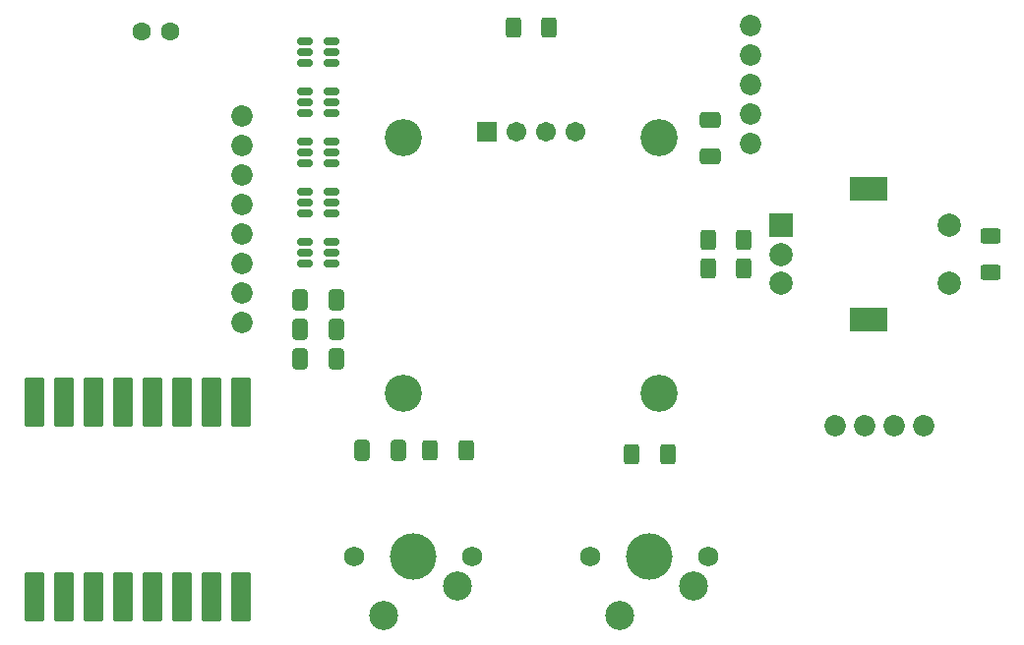
<source format=gts>
G04 #@! TF.GenerationSoftware,KiCad,Pcbnew,9.0.5*
G04 #@! TF.CreationDate,2025-10-24T02:47:50+02:00*
G04 #@! TF.ProjectId,ESPHomeModule,45535048-6f6d-4654-9d6f-64756c652e6b,V1.0*
G04 #@! TF.SameCoordinates,Original*
G04 #@! TF.FileFunction,Soldermask,Top*
G04 #@! TF.FilePolarity,Negative*
%FSLAX46Y46*%
G04 Gerber Fmt 4.6, Leading zero omitted, Abs format (unit mm)*
G04 Created by KiCad (PCBNEW 9.0.5) date 2025-10-24 02:47:50*
%MOMM*%
%LPD*%
G01*
G04 APERTURE LIST*
G04 Aperture macros list*
%AMRoundRect*
0 Rectangle with rounded corners*
0 $1 Rounding radius*
0 $2 $3 $4 $5 $6 $7 $8 $9 X,Y pos of 4 corners*
0 Add a 4 corners polygon primitive as box body*
4,1,4,$2,$3,$4,$5,$6,$7,$8,$9,$2,$3,0*
0 Add four circle primitives for the rounded corners*
1,1,$1+$1,$2,$3*
1,1,$1+$1,$4,$5*
1,1,$1+$1,$6,$7*
1,1,$1+$1,$8,$9*
0 Add four rect primitives between the rounded corners*
20,1,$1+$1,$2,$3,$4,$5,0*
20,1,$1+$1,$4,$5,$6,$7,0*
20,1,$1+$1,$6,$7,$8,$9,0*
20,1,$1+$1,$8,$9,$2,$3,0*%
G04 Aperture macros list end*
%ADD10C,1.600000*%
%ADD11C,1.850000*%
%ADD12RoundRect,0.250000X-0.400000X-0.625000X0.400000X-0.625000X0.400000X0.625000X-0.400000X0.625000X0*%
%ADD13R,2.000000X2.000000*%
%ADD14C,2.000000*%
%ADD15R,3.200000X2.000000*%
%ADD16RoundRect,0.250000X0.400000X0.625000X-0.400000X0.625000X-0.400000X-0.625000X0.400000X-0.625000X0*%
%ADD17RoundRect,0.250000X-0.412500X-0.650000X0.412500X-0.650000X0.412500X0.650000X-0.412500X0.650000X0*%
%ADD18RoundRect,0.102000X-0.754000X-0.754000X0.754000X-0.754000X0.754000X0.754000X-0.754000X0.754000X0*%
%ADD19C,1.712000*%
%ADD20C,3.204000*%
%ADD21RoundRect,0.150000X0.512500X0.150000X-0.512500X0.150000X-0.512500X-0.150000X0.512500X-0.150000X0*%
%ADD22C,2.500000*%
%ADD23C,4.000000*%
%ADD24C,1.750000*%
%ADD25RoundRect,0.102000X0.762000X-2.012500X0.762000X2.012500X-0.762000X2.012500X-0.762000X-2.012500X0*%
%ADD26RoundRect,0.250000X0.412500X0.650000X-0.412500X0.650000X-0.412500X-0.650000X0.412500X-0.650000X0*%
%ADD27RoundRect,0.250000X0.650000X-0.412500X0.650000X0.412500X-0.650000X0.412500X-0.650000X-0.412500X0*%
%ADD28RoundRect,0.250000X-0.625000X0.400000X-0.625000X-0.400000X0.625000X-0.400000X0.625000X0.400000X0*%
G04 APERTURE END LIST*
D10*
X118442000Y-57834000D03*
X115942000Y-57834000D03*
D11*
X124600000Y-82900000D03*
X124600000Y-80360000D03*
X124600000Y-77820000D03*
X124600000Y-75280000D03*
X124600000Y-72740000D03*
X124600000Y-70200000D03*
X124600000Y-67660000D03*
X124600000Y-65120000D03*
D12*
X158150000Y-94200000D03*
X161250000Y-94200000D03*
D13*
X171000000Y-74500000D03*
D14*
X171000000Y-79500000D03*
X171000000Y-77000000D03*
D15*
X178500000Y-71400000D03*
X178500000Y-82600000D03*
D14*
X185500000Y-79500000D03*
X185500000Y-74500000D03*
D16*
X151050000Y-57500000D03*
X147950000Y-57500000D03*
D17*
X129599500Y-80948000D03*
X132724500Y-80948000D03*
D18*
X145690000Y-66500000D03*
D19*
X148230000Y-66500000D03*
X150770000Y-66500000D03*
X153310000Y-66500000D03*
D20*
X138500000Y-67000000D03*
X160500000Y-67000000D03*
X160500000Y-89000000D03*
X138500000Y-89000000D03*
D17*
X129599500Y-86028000D03*
X132724500Y-86028000D03*
D21*
X132299500Y-64880000D03*
X132299500Y-63930000D03*
X132299500Y-62980000D03*
X130024500Y-62980000D03*
X130024500Y-63930000D03*
X130024500Y-64880000D03*
D12*
X164700000Y-78250000D03*
X167800000Y-78250000D03*
D17*
X129599500Y-83488000D03*
X132724500Y-83488000D03*
D12*
X164700000Y-75750000D03*
X167800000Y-75750000D03*
D22*
X143110000Y-105540000D03*
X136760000Y-108080000D03*
D23*
X139300000Y-103000000D03*
D24*
X144380000Y-103000000D03*
X134220000Y-103000000D03*
D12*
X140788000Y-93902000D03*
X143888000Y-93902000D03*
D21*
X132299500Y-60562000D03*
X132299500Y-59612000D03*
X132299500Y-58662000D03*
X130024500Y-58662000D03*
X130024500Y-59612000D03*
X130024500Y-60562000D03*
D25*
X124530000Y-89718000D03*
X121990000Y-89718000D03*
X119450000Y-89718000D03*
X116910000Y-89718000D03*
X111830000Y-89718000D03*
X114370000Y-89718000D03*
X106744000Y-106482000D03*
X106750000Y-89718000D03*
X109284000Y-106482000D03*
X111824000Y-106482000D03*
X114364000Y-106482000D03*
X116904000Y-106482000D03*
X119444000Y-106482000D03*
X121984000Y-106482000D03*
X124524000Y-106482000D03*
X109290000Y-89718000D03*
D21*
X132299500Y-69198000D03*
X132299500Y-68248000D03*
X132299500Y-67298000D03*
X130024500Y-67298000D03*
X130024500Y-68248000D03*
X130024500Y-69198000D03*
D22*
X163510000Y-105540000D03*
X157160000Y-108080000D03*
D23*
X159700000Y-103000000D03*
D24*
X164780000Y-103000000D03*
X154620000Y-103000000D03*
D11*
X168350000Y-57320000D03*
X168350000Y-59860000D03*
X168350000Y-62400000D03*
X168350000Y-64940000D03*
X168350000Y-67480000D03*
D21*
X132299500Y-77834000D03*
X132299500Y-76884000D03*
X132299500Y-75934000D03*
X130024500Y-75934000D03*
X130024500Y-76884000D03*
X130024500Y-77834000D03*
X132299500Y-73516000D03*
X132299500Y-72566000D03*
X132299500Y-71616000D03*
X130024500Y-71616000D03*
X130024500Y-72566000D03*
X130024500Y-73516000D03*
D26*
X138058500Y-93902000D03*
X134933500Y-93902000D03*
D27*
X164944000Y-68540500D03*
X164944000Y-65415500D03*
D11*
X183320000Y-91800000D03*
X180780000Y-91800000D03*
X178240000Y-91800000D03*
X175700000Y-91800000D03*
D28*
X189000000Y-75450000D03*
X189000000Y-78550000D03*
M02*

</source>
